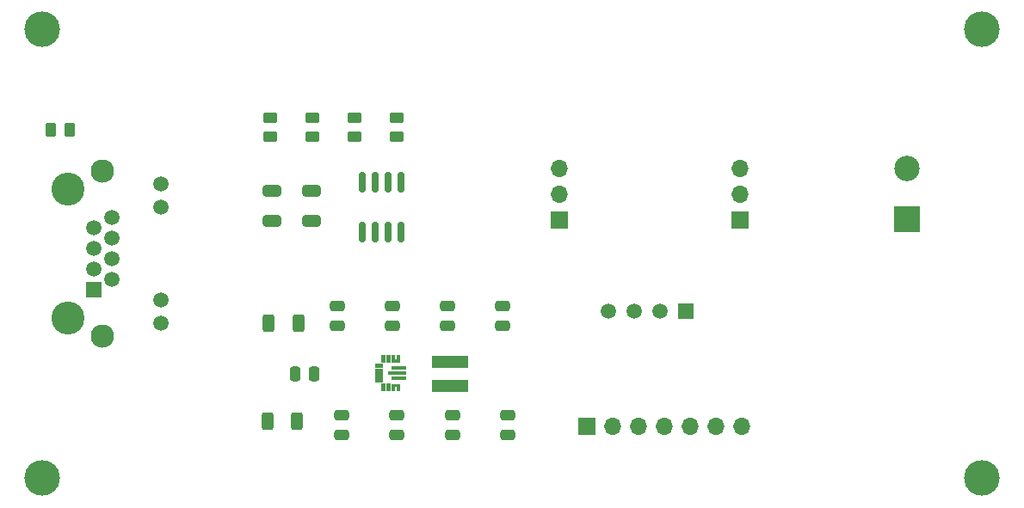
<source format=gbr>
%TF.GenerationSoftware,KiCad,Pcbnew,7.0.9*%
%TF.CreationDate,2024-04-08T18:15:02-04:00*%
%TF.ProjectId,WIRED-pH-EZO-Carrier-revA1,57495245-442d-4704-982d-455a4f2d4361,revA1*%
%TF.SameCoordinates,Original*%
%TF.FileFunction,Soldermask,Top*%
%TF.FilePolarity,Negative*%
%FSLAX46Y46*%
G04 Gerber Fmt 4.6, Leading zero omitted, Abs format (unit mm)*
G04 Created by KiCad (PCBNEW 7.0.9) date 2024-04-08 18:15:02*
%MOMM*%
%LPD*%
G01*
G04 APERTURE LIST*
G04 Aperture macros list*
%AMRoundRect*
0 Rectangle with rounded corners*
0 $1 Rounding radius*
0 $2 $3 $4 $5 $6 $7 $8 $9 X,Y pos of 4 corners*
0 Add a 4 corners polygon primitive as box body*
4,1,4,$2,$3,$4,$5,$6,$7,$8,$9,$2,$3,0*
0 Add four circle primitives for the rounded corners*
1,1,$1+$1,$2,$3*
1,1,$1+$1,$4,$5*
1,1,$1+$1,$6,$7*
1,1,$1+$1,$8,$9*
0 Add four rect primitives between the rounded corners*
20,1,$1+$1,$2,$3,$4,$5,0*
20,1,$1+$1,$4,$5,$6,$7,0*
20,1,$1+$1,$6,$7,$8,$9,0*
20,1,$1+$1,$8,$9,$2,$3,0*%
G04 Aperture macros list end*
%ADD10C,0.010000*%
%ADD11C,3.250000*%
%ADD12R,1.500000X1.500000*%
%ADD13C,1.500000*%
%ADD14C,2.300000*%
%ADD15RoundRect,0.250000X0.250000X0.475000X-0.250000X0.475000X-0.250000X-0.475000X0.250000X-0.475000X0*%
%ADD16RoundRect,0.250000X-0.475000X0.250000X-0.475000X-0.250000X0.475000X-0.250000X0.475000X0.250000X0*%
%ADD17RoundRect,0.250000X0.475000X-0.250000X0.475000X0.250000X-0.475000X0.250000X-0.475000X-0.250000X0*%
%ADD18R,1.700000X1.700000*%
%ADD19O,1.700000X1.700000*%
%ADD20RoundRect,0.250000X-0.450000X0.262500X-0.450000X-0.262500X0.450000X-0.262500X0.450000X0.262500X0*%
%ADD21R,2.500000X2.500000*%
%ADD22C,2.500000*%
%ADD23RoundRect,0.250000X-0.650000X0.325000X-0.650000X-0.325000X0.650000X-0.325000X0.650000X0.325000X0*%
%ADD24RoundRect,0.102000X-1.700000X0.490000X-1.700000X-0.490000X1.700000X-0.490000X1.700000X0.490000X0*%
%ADD25RoundRect,0.250000X-0.262500X-0.450000X0.262500X-0.450000X0.262500X0.450000X-0.262500X0.450000X0*%
%ADD26C,3.500000*%
%ADD27RoundRect,0.250000X-0.312500X-0.625000X0.312500X-0.625000X0.312500X0.625000X-0.312500X0.625000X0*%
%ADD28RoundRect,0.250000X0.312500X0.625000X-0.312500X0.625000X-0.312500X-0.625000X0.312500X-0.625000X0*%
%ADD29RoundRect,0.150000X-0.150000X0.825000X-0.150000X-0.825000X0.150000X-0.825000X0.150000X0.825000X0*%
G04 APERTURE END LIST*
%TO.C,U1*%
D10*
X143434500Y-96224500D02*
X142734500Y-96224500D01*
X142734500Y-95874500D01*
X143434500Y-95874500D01*
X143434500Y-96224500D01*
G36*
X143434500Y-96224500D02*
G01*
X142734500Y-96224500D01*
X142734500Y-95874500D01*
X143434500Y-95874500D01*
X143434500Y-96224500D01*
G37*
X143434500Y-96724500D02*
X142734500Y-96724500D01*
X142734500Y-96374500D01*
X143434500Y-96374500D01*
X143434500Y-96724500D01*
G36*
X143434500Y-96724500D02*
G01*
X142734500Y-96724500D01*
X142734500Y-96374500D01*
X143434500Y-96374500D01*
X143434500Y-96724500D01*
G37*
X143434500Y-97224500D02*
X142734500Y-97224500D01*
X142734500Y-96874500D01*
X143434500Y-96874500D01*
X143434500Y-97224500D01*
G36*
X143434500Y-97224500D02*
G01*
X142734500Y-97224500D01*
X142734500Y-96874500D01*
X143434500Y-96874500D01*
X143434500Y-97224500D01*
G37*
X143434500Y-97724500D02*
X142734500Y-97724500D01*
X142734500Y-97374500D01*
X143434500Y-97374500D01*
X143434500Y-97724500D01*
G36*
X143434500Y-97724500D02*
G01*
X142734500Y-97724500D01*
X142734500Y-97374500D01*
X143434500Y-97374500D01*
X143434500Y-97724500D01*
G37*
X143684500Y-95749500D02*
X143334500Y-95749500D01*
X143334500Y-95049500D01*
X143684500Y-95049500D01*
X143684500Y-95749500D01*
G36*
X143684500Y-95749500D02*
G01*
X143334500Y-95749500D01*
X143334500Y-95049500D01*
X143684500Y-95049500D01*
X143684500Y-95749500D01*
G37*
X143684500Y-98549500D02*
X143334500Y-98549500D01*
X143334500Y-97849500D01*
X143684500Y-97849500D01*
X143684500Y-98549500D01*
G36*
X143684500Y-98549500D02*
G01*
X143334500Y-98549500D01*
X143334500Y-97849500D01*
X143684500Y-97849500D01*
X143684500Y-98549500D01*
G37*
X144184500Y-95749500D02*
X143834500Y-95749500D01*
X143834500Y-95049500D01*
X144184500Y-95049500D01*
X144184500Y-95749500D01*
G36*
X144184500Y-95749500D02*
G01*
X143834500Y-95749500D01*
X143834500Y-95049500D01*
X144184500Y-95049500D01*
X144184500Y-95749500D01*
G37*
X144184500Y-98549500D02*
X143834500Y-98549500D01*
X143834500Y-97849500D01*
X144184500Y-97849500D01*
X144184500Y-98549500D01*
G36*
X144184500Y-98549500D02*
G01*
X143834500Y-98549500D01*
X143834500Y-97849500D01*
X144184500Y-97849500D01*
X144184500Y-98549500D01*
G37*
X145684500Y-96924500D02*
X143984500Y-96924500D01*
X143984500Y-96674500D01*
X145684500Y-96674500D01*
X145684500Y-96924500D01*
G36*
X145684500Y-96924500D02*
G01*
X143984500Y-96924500D01*
X143984500Y-96674500D01*
X145684500Y-96674500D01*
X145684500Y-96924500D01*
G37*
X145684500Y-96424500D02*
X144334500Y-96424500D01*
X144334500Y-96174500D01*
X145684500Y-96174500D01*
X145684500Y-96424500D01*
G36*
X145684500Y-96424500D02*
G01*
X144334500Y-96424500D01*
X144334500Y-96174500D01*
X145684500Y-96174500D01*
X145684500Y-96424500D01*
G37*
X145684500Y-97424500D02*
X144334500Y-97424500D01*
X144334500Y-97174500D01*
X145684500Y-97174500D01*
X145684500Y-97424500D01*
G36*
X145684500Y-97424500D02*
G01*
X144334500Y-97424500D01*
X144334500Y-97174500D01*
X145684500Y-97174500D01*
X145684500Y-97424500D01*
G37*
X145134500Y-98499500D02*
X144884500Y-98499500D01*
X144884500Y-98149500D01*
X144634500Y-98149500D01*
X144634500Y-98499500D01*
X144384500Y-98499500D01*
X144384500Y-97899500D01*
X145134500Y-97899500D01*
X145134500Y-98499500D01*
G36*
X145134500Y-98499500D02*
G01*
X144884500Y-98499500D01*
X144884500Y-98149500D01*
X144634500Y-98149500D01*
X144634500Y-98499500D01*
X144384500Y-98499500D01*
X144384500Y-97899500D01*
X145134500Y-97899500D01*
X145134500Y-98499500D01*
G37*
X144634500Y-95449500D02*
X144884500Y-95449500D01*
X144884500Y-95099500D01*
X145134500Y-95099500D01*
X145134500Y-95699500D01*
X144384500Y-95699500D01*
X144384500Y-95099500D01*
X144634500Y-95099500D01*
X144634500Y-95449500D01*
G36*
X144634500Y-95449500D02*
G01*
X144884500Y-95449500D01*
X144884500Y-95099500D01*
X145134500Y-95099500D01*
X145134500Y-95699500D01*
X144384500Y-95699500D01*
X144384500Y-95099500D01*
X144634500Y-95099500D01*
X144634500Y-95449500D01*
G37*
%TD*%
D11*
%TO.C,J1*%
X112520000Y-78736000D03*
X112520000Y-91436000D03*
D12*
X115060000Y-88646000D03*
D13*
X116840000Y-87630000D03*
X115060000Y-86614000D03*
X116840000Y-85598000D03*
X115060000Y-84582000D03*
X116840000Y-83566000D03*
X115060000Y-82550000D03*
X116840000Y-81534000D03*
X121660000Y-91946000D03*
X121660000Y-89656000D03*
X121660000Y-80516000D03*
X121660000Y-78226000D03*
D14*
X115950000Y-93216000D03*
X115950000Y-76956000D03*
%TD*%
D15*
%TO.C,C6*%
X136742000Y-96909500D03*
X134842000Y-96909500D03*
%TD*%
D16*
%TO.C,C8*%
X150332700Y-101007000D03*
X150332700Y-102907000D03*
%TD*%
D17*
%TO.C,C2*%
X144433500Y-92139500D03*
X144433500Y-90239500D03*
%TD*%
%TO.C,C3*%
X149876000Y-92139500D03*
X149876000Y-90239500D03*
%TD*%
D18*
%TO.C,J4*%
X178642000Y-81788000D03*
D19*
X178642000Y-79248000D03*
X178642000Y-76708000D03*
%TD*%
D20*
%TO.C,R4*%
X140716000Y-71731500D03*
X140716000Y-73556500D03*
%TD*%
D21*
%TO.C,J5*%
X195072000Y-81708000D03*
D22*
X195072000Y-76708000D03*
%TD*%
D20*
%TO.C,R3*%
X144851300Y-71731500D03*
X144851300Y-73556500D03*
%TD*%
D16*
%TO.C,C7*%
X144889300Y-101007000D03*
X144889300Y-102907000D03*
%TD*%
D18*
%TO.C,J3*%
X160862000Y-81788000D03*
D19*
X160862000Y-79248000D03*
X160862000Y-76708000D03*
%TD*%
D18*
%TO.C,J2*%
X163576000Y-102108000D03*
D19*
X166116000Y-102108000D03*
X168656000Y-102108000D03*
X171196000Y-102108000D03*
X173736000Y-102108000D03*
X176276000Y-102108000D03*
X178816000Y-102108000D03*
%TD*%
D23*
%TO.C,C11*%
X132577300Y-78913000D03*
X132577300Y-81863000D03*
%TD*%
D24*
%TO.C,L1*%
X150114000Y-95758000D03*
X150114000Y-98128000D03*
%TD*%
D20*
%TO.C,R5*%
X136580700Y-71731500D03*
X136580700Y-73556500D03*
%TD*%
D17*
%TO.C,C1*%
X138991100Y-92139500D03*
X138991100Y-90239500D03*
%TD*%
D25*
%TO.C,R7*%
X110847500Y-72898000D03*
X112672500Y-72898000D03*
%TD*%
D23*
%TO.C,C10*%
X136509300Y-78913000D03*
X136509300Y-81863000D03*
%TD*%
D26*
%TO.C,H1*%
X109982000Y-62992000D03*
%TD*%
%TO.C,H3*%
X202438000Y-107188000D03*
%TD*%
D20*
%TO.C,R6*%
X132445300Y-71731500D03*
X132445300Y-73556500D03*
%TD*%
D27*
%TO.C,R2*%
X132141500Y-101537500D03*
X135066500Y-101537500D03*
%TD*%
D28*
%TO.C,R1*%
X135190900Y-91951500D03*
X132265900Y-91951500D03*
%TD*%
D26*
%TO.C,H2*%
X202438000Y-62992000D03*
%TD*%
D16*
%TO.C,C9*%
X155776000Y-101007000D03*
X155776000Y-102907000D03*
%TD*%
D17*
%TO.C,C4*%
X155318400Y-92139500D03*
X155318400Y-90239500D03*
%TD*%
D29*
%TO.C,U3*%
X145272300Y-78043000D03*
X144002300Y-78043000D03*
X142732300Y-78043000D03*
X141462300Y-78043000D03*
X141462300Y-82993000D03*
X142732300Y-82993000D03*
X144002300Y-82993000D03*
X145272300Y-82993000D03*
%TD*%
D16*
%TO.C,C5*%
X139446000Y-101007000D03*
X139446000Y-102907000D03*
%TD*%
D12*
%TO.C,U2*%
X173339500Y-90752500D03*
D13*
X170799500Y-90752500D03*
X168259500Y-90752500D03*
X165719500Y-90752500D03*
%TD*%
D26*
%TO.C,H4*%
X109982000Y-107188000D03*
%TD*%
M02*

</source>
